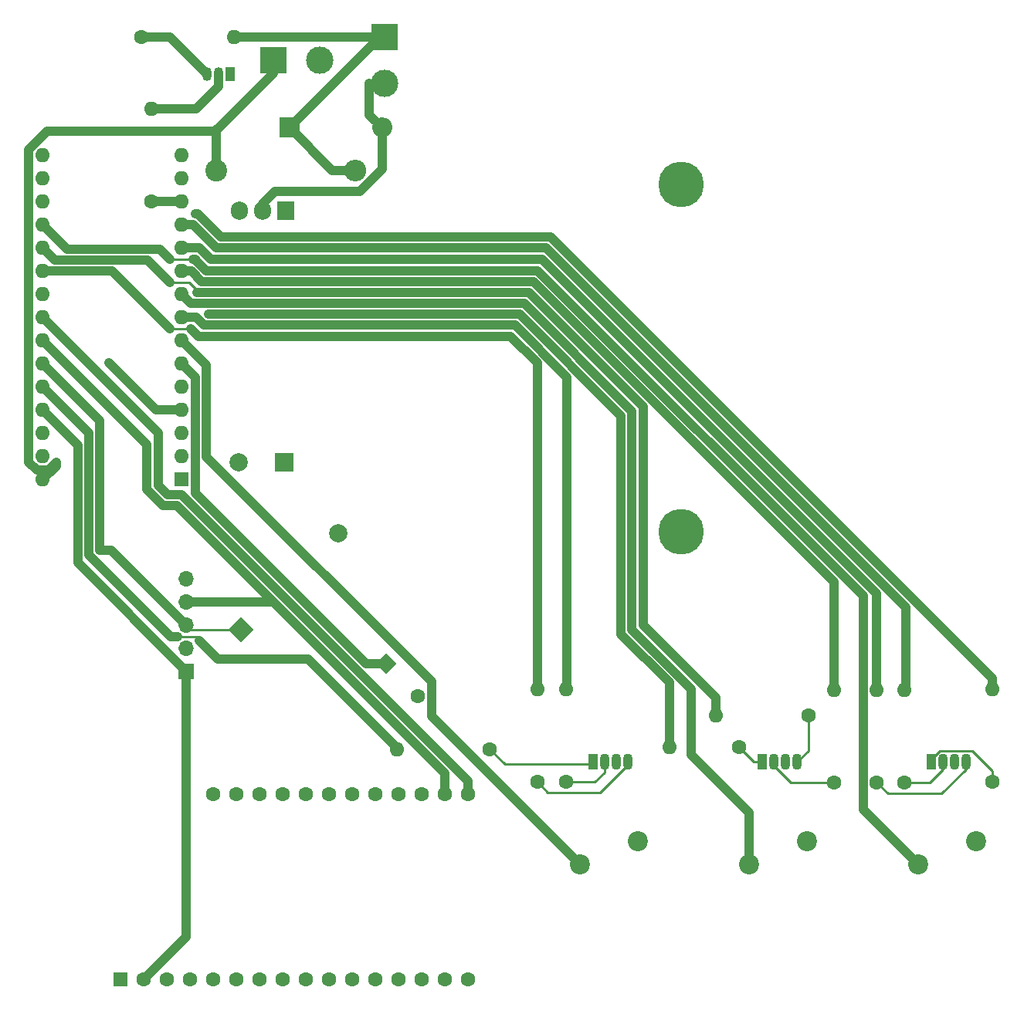
<source format=gbr>
%TF.GenerationSoftware,KiCad,Pcbnew,6.0.11+dfsg-1*%
%TF.CreationDate,2024-06-02T11:43:16-07:00*%
%TF.ProjectId,clock,636c6f63-6b2e-46b6-9963-61645f706362,rev?*%
%TF.SameCoordinates,Original*%
%TF.FileFunction,Copper,L1,Top*%
%TF.FilePolarity,Positive*%
%FSLAX46Y46*%
G04 Gerber Fmt 4.6, Leading zero omitted, Abs format (unit mm)*
G04 Created by KiCad (PCBNEW 6.0.11+dfsg-1) date 2024-06-02 11:43:16*
%MOMM*%
%LPD*%
G01*
G04 APERTURE LIST*
G04 Aperture macros list*
%AMHorizOval*
0 Thick line with rounded ends*
0 $1 width*
0 $2 $3 position (X,Y) of the first rounded end (center of the circle)*
0 $4 $5 position (X,Y) of the second rounded end (center of the circle)*
0 Add line between two ends*
20,1,$1,$2,$3,$4,$5,0*
0 Add two circle primitives to create the rounded ends*
1,1,$1,$2,$3*
1,1,$1,$4,$5*%
%AMRotRect*
0 Rectangle, with rotation*
0 The origin of the aperture is its center*
0 $1 length*
0 $2 width*
0 $3 Rotation angle, in degrees counterclockwise*
0 Add horizontal line*
21,1,$1,$2,0,0,$3*%
G04 Aperture macros list end*
%TA.AperFunction,ComponentPad*%
%ADD10R,1.600000X1.600000*%
%TD*%
%TA.AperFunction,ComponentPad*%
%ADD11O,1.600000X1.600000*%
%TD*%
%TA.AperFunction,ComponentPad*%
%ADD12R,3.000000X3.000000*%
%TD*%
%TA.AperFunction,ComponentPad*%
%ADD13C,3.000000*%
%TD*%
%TA.AperFunction,ComponentPad*%
%ADD14C,1.600000*%
%TD*%
%TA.AperFunction,ComponentPad*%
%ADD15C,2.200000*%
%TD*%
%TA.AperFunction,ComponentPad*%
%ADD16C,5.000000*%
%TD*%
%TA.AperFunction,ComponentPad*%
%ADD17R,1.700000X1.700000*%
%TD*%
%TA.AperFunction,ComponentPad*%
%ADD18O,1.700000X1.700000*%
%TD*%
%TA.AperFunction,ComponentPad*%
%ADD19RotRect,1.600000X1.600000X315.000000*%
%TD*%
%TA.AperFunction,ComponentPad*%
%ADD20R,2.200000X2.200000*%
%TD*%
%TA.AperFunction,ComponentPad*%
%ADD21O,2.200000X2.200000*%
%TD*%
%TA.AperFunction,ComponentPad*%
%ADD22C,2.400000*%
%TD*%
%TA.AperFunction,ComponentPad*%
%ADD23O,2.400000X2.400000*%
%TD*%
%TA.AperFunction,ComponentPad*%
%ADD24R,1.070000X1.800000*%
%TD*%
%TA.AperFunction,ComponentPad*%
%ADD25O,1.070000X1.800000*%
%TD*%
%TA.AperFunction,ComponentPad*%
%ADD26R,1.905000X2.000000*%
%TD*%
%TA.AperFunction,ComponentPad*%
%ADD27O,1.905000X2.000000*%
%TD*%
%TA.AperFunction,ComponentPad*%
%ADD28R,1.050000X1.500000*%
%TD*%
%TA.AperFunction,ComponentPad*%
%ADD29O,1.050000X1.500000*%
%TD*%
%TA.AperFunction,ComponentPad*%
%ADD30RotRect,2.000000X2.000000X45.000000*%
%TD*%
%TA.AperFunction,ComponentPad*%
%ADD31HorizOval,2.000000X0.000000X0.000000X0.000000X0.000000X0*%
%TD*%
%TA.AperFunction,ComponentPad*%
%ADD32R,2.000000X2.000000*%
%TD*%
%TA.AperFunction,ComponentPad*%
%ADD33C,2.000000*%
%TD*%
%TA.AperFunction,ViaPad*%
%ADD34C,0.800000*%
%TD*%
%TA.AperFunction,Conductor*%
%ADD35C,1.000000*%
%TD*%
%TA.AperFunction,Conductor*%
%ADD36C,0.250000*%
%TD*%
G04 APERTURE END LIST*
D10*
%TO.P,A1,1,TX1*%
%TO.N,Net-(A1-Pad1)*%
X69205000Y-78740000D03*
D11*
%TO.P,A1,2,RX1*%
%TO.N,Net-(A1-Pad2)*%
X69205000Y-76200000D03*
%TO.P,A1,3,~{RESET}*%
%TO.N,unconnected-(A1-Pad3)*%
X69205000Y-73660000D03*
%TO.P,A1,4,GND*%
%TO.N,GND*%
X69205000Y-71120000D03*
%TO.P,A1,5,D2*%
%TO.N,/CS*%
X69205000Y-68580000D03*
%TO.P,A1,6,D3*%
%TO.N,/BUZZ*%
X69205000Y-66040000D03*
%TO.P,A1,7,D4*%
%TO.N,/PB1*%
X69205000Y-63500000D03*
%TO.P,A1,8,D5*%
%TO.N,Net-(A1-Pad8)*%
X69205000Y-60960000D03*
%TO.P,A1,9,D6*%
%TO.N,/PB2*%
X69205000Y-58420000D03*
%TO.P,A1,10,D7*%
%TO.N,Net-(A1-Pad10)*%
X69205000Y-55880000D03*
%TO.P,A1,11,D8*%
%TO.N,Net-(A1-Pad11)*%
X69205000Y-53340000D03*
%TO.P,A1,12,D9*%
%TO.N,Net-(A1-Pad12)*%
X69205000Y-50800000D03*
%TO.P,A1,13,D10*%
%TO.N,/CTL*%
X69205000Y-48260000D03*
%TO.P,A1,14,MOSI*%
%TO.N,/MOSI*%
X69205000Y-45720000D03*
%TO.P,A1,15,MISO*%
%TO.N,/MISO*%
X69205000Y-43180000D03*
%TO.P,A1,16,SCK*%
%TO.N,/SCK*%
X53965000Y-43180000D03*
%TO.P,A1,17,3V3*%
%TO.N,unconnected-(A1-Pad17)*%
X53965000Y-45720000D03*
%TO.P,A1,18,AREF*%
%TO.N,unconnected-(A1-Pad18)*%
X53965000Y-48260000D03*
%TO.P,A1,19,A0*%
%TO.N,/PB3*%
X53965000Y-50800000D03*
%TO.P,A1,20,A1*%
%TO.N,Net-(A1-Pad20)*%
X53965000Y-53340000D03*
%TO.P,A1,21,A2*%
%TO.N,Net-(A1-Pad21)*%
X53965000Y-55880000D03*
%TO.P,A1,22,A3*%
%TO.N,unconnected-(A1-Pad22)*%
X53965000Y-58420000D03*
%TO.P,A1,23,SDA/A4*%
%TO.N,/SDA*%
X53965000Y-60960000D03*
%TO.P,A1,24,SCL/A5*%
%TO.N,/SCL*%
X53965000Y-63500000D03*
%TO.P,A1,25,A6*%
%TO.N,/SQW*%
X53965000Y-66040000D03*
%TO.P,A1,26,A7*%
%TO.N,Net-(A1-Pad26)*%
X53965000Y-68580000D03*
%TO.P,A1,27,+5V*%
%TO.N,+5V*%
X53965000Y-71120000D03*
%TO.P,A1,28,~{RESET}*%
%TO.N,unconnected-(A1-Pad28)*%
X53965000Y-73660000D03*
%TO.P,A1,29,GND*%
%TO.N,GND*%
X53965000Y-76200000D03*
%TO.P,A1,30,VIN*%
%TO.N,VCC*%
X53965000Y-78740000D03*
%TD*%
D12*
%TO.P,J2,1,Pin_1*%
%TO.N,VCC*%
X79248000Y-32753200D03*
D13*
%TO.P,J2,2,Pin_2*%
%TO.N,GND*%
X84328000Y-32753200D03*
%TD*%
D14*
%TO.P,R1,1*%
%TO.N,/LED_R3*%
X148463000Y-111963200D03*
D11*
%TO.P,R1,2*%
%TO.N,Net-(A1-Pad12)*%
X148463000Y-101803200D03*
%TD*%
D15*
%TO.P,SW1,1,1*%
%TO.N,GND*%
X119253000Y-118460300D03*
%TO.P,SW1,2,2*%
%TO.N,/PB1*%
X112903000Y-121000300D03*
%TD*%
D16*
%TO.P,U3,1,1*%
%TO.N,unconnected-(U3-Pad1)*%
X123952000Y-46355000D03*
%TO.P,U3,2,2*%
%TO.N,Net-(C2-Pad2)*%
X123952000Y-84455000D03*
%TD*%
D14*
%TO.P,R9,1*%
%TO.N,/LED_B3*%
X145407500Y-111963200D03*
D11*
%TO.P,R9,2*%
%TO.N,Net-(A1-Pad11)*%
X145407500Y-101803200D03*
%TD*%
D14*
%TO.P,R6,1*%
%TO.N,/LED_R1*%
X111379000Y-111887000D03*
D11*
%TO.P,R6,2*%
%TO.N,Net-(A1-Pad8)*%
X111379000Y-101727000D03*
%TD*%
D17*
%TO.P,U1,1,5V*%
%TO.N,+5V*%
X69701000Y-99800000D03*
D18*
%TO.P,U1,2,GND*%
%TO.N,GND*%
X69701000Y-97260000D03*
%TO.P,U1,3,SQW*%
%TO.N,/SQW*%
X69701000Y-94720000D03*
%TO.P,U1,4,SCL*%
%TO.N,/SCL*%
X69701000Y-92180000D03*
%TO.P,U1,5,SDA*%
%TO.N,/SDA*%
X69701000Y-89640000D03*
%TD*%
D14*
%TO.P,R3,1*%
%TO.N,/CTL*%
X65913000Y-48260000D03*
D11*
%TO.P,R3,2*%
%TO.N,Net-(Q1-Pad2)*%
X65913000Y-38100000D03*
%TD*%
D14*
%TO.P,R11,1*%
%TO.N,/LED_G3*%
X158115000Y-111887000D03*
D11*
%TO.P,R11,2*%
%TO.N,Net-(A1-Pad2)*%
X158115000Y-101727000D03*
%TD*%
D19*
%TO.P,BZ1,1,-*%
%TO.N,/BUZZ*%
X91577233Y-98927615D03*
D14*
%TO.P,BZ1,2,+*%
%TO.N,GND*%
X95112767Y-102463149D03*
%TD*%
D12*
%TO.P,J3,1,Pin_1*%
%TO.N,/V_bell*%
X91440000Y-30226000D03*
D13*
%TO.P,J3,2,Pin_2*%
%TO.N,Net-(D2-Pad2)*%
X91440000Y-35306000D03*
%TD*%
D20*
%TO.P,D2,1,K*%
%TO.N,/V_bell*%
X81026000Y-40132000D03*
D21*
%TO.P,D2,2,A*%
%TO.N,Net-(D2-Pad2)*%
X91186000Y-40132000D03*
%TD*%
D14*
%TO.P,R4,1*%
%TO.N,Net-(Q1-Pad3)*%
X64770000Y-30226000D03*
D11*
%TO.P,R4,2*%
%TO.N,/V_bell*%
X74930000Y-30226000D03*
%TD*%
D22*
%TO.P,R2,1*%
%TO.N,VCC*%
X73025000Y-44831000D03*
D23*
%TO.P,R2,2*%
%TO.N,/V_bell*%
X88265000Y-44831000D03*
%TD*%
D24*
%TO.P,D1,1,BA*%
%TO.N,/LED_G1*%
X114282500Y-109728000D03*
D25*
%TO.P,D1,2,RA*%
%TO.N,/LED_R1*%
X115552500Y-109728000D03*
%TO.P,D1,3,K*%
%TO.N,GND*%
X116822500Y-109728000D03*
%TO.P,D1,4,GA*%
%TO.N,/LED_B1*%
X118092500Y-109728000D03*
%TD*%
D15*
%TO.P,SW2,1,1*%
%TO.N,GND*%
X137795000Y-118460300D03*
%TO.P,SW2,2,2*%
%TO.N,/PB2*%
X131445000Y-121000300D03*
%TD*%
D26*
%TO.P,Q2,1,G*%
%TO.N,Net-(Q1-Pad3)*%
X80645000Y-49276000D03*
D27*
%TO.P,Q2,2,D*%
%TO.N,Net-(D2-Pad2)*%
X78105000Y-49276000D03*
%TO.P,Q2,3,S*%
%TO.N,GND*%
X75565000Y-49276000D03*
%TD*%
D28*
%TO.P,Q1,1,E*%
%TO.N,GND*%
X74549000Y-34290000D03*
D29*
%TO.P,Q1,2,B*%
%TO.N,Net-(Q1-Pad2)*%
X73279000Y-34290000D03*
%TO.P,Q1,3,C*%
%TO.N,Net-(Q1-Pad3)*%
X72009000Y-34290000D03*
%TD*%
D24*
%TO.P,D3,1,BA*%
%TO.N,/LED_G2*%
X132875300Y-109728000D03*
D25*
%TO.P,D3,2,RA*%
%TO.N,/LED_R2*%
X134145300Y-109728000D03*
%TO.P,D3,3,K*%
%TO.N,GND*%
X135415300Y-109728000D03*
%TO.P,D3,4,GA*%
%TO.N,/LED_B2*%
X136685300Y-109728000D03*
%TD*%
D10*
%TO.P,A2,1,~{RESET}*%
%TO.N,unconnected-(A2-Pad1)*%
X62484000Y-133604000D03*
D14*
%TO.P,A2,2,3V3*%
%TO.N,+5V*%
X65024000Y-133604000D03*
%TO.P,A2,3,AREF*%
%TO.N,unconnected-(A2-Pad3)*%
X67564000Y-133604000D03*
%TO.P,A2,4,GND*%
%TO.N,GND*%
X70104000Y-133604000D03*
%TO.P,A2,5,A0*%
%TO.N,unconnected-(A2-Pad5)*%
X72644000Y-133604000D03*
%TO.P,A2,6,A1*%
%TO.N,unconnected-(A2-Pad6)*%
X75184000Y-133604000D03*
%TO.P,A2,7,A2*%
%TO.N,unconnected-(A2-Pad7)*%
X77724000Y-133604000D03*
%TO.P,A2,8,A3*%
%TO.N,unconnected-(A2-Pad8)*%
X80264000Y-133604000D03*
%TO.P,A2,9,A4*%
%TO.N,unconnected-(A2-Pad9)*%
X82804000Y-133604000D03*
%TO.P,A2,10,A5*%
%TO.N,unconnected-(A2-Pad10)*%
X85344000Y-133604000D03*
%TO.P,A2,11,SCK*%
%TO.N,unconnected-(A2-Pad11)*%
X87884000Y-133604000D03*
%TO.P,A2,12,MOSI*%
%TO.N,unconnected-(A2-Pad12)*%
X90424000Y-133604000D03*
%TO.P,A2,13,MISO*%
%TO.N,unconnected-(A2-Pad13)*%
X92964000Y-133604000D03*
%TO.P,A2,14,RX*%
%TO.N,unconnected-(A2-Pad14)*%
X95504000Y-133604000D03*
%TO.P,A2,15,TX*%
%TO.N,unconnected-(A2-Pad15)*%
X98044000Y-133604000D03*
%TO.P,A2,16,SPARE*%
%TO.N,unconnected-(A2-Pad16)*%
X100584000Y-133604000D03*
%TO.P,A2,17,SDA*%
%TO.N,/SDA*%
X100584000Y-113284000D03*
%TO.P,A2,18,SCL*%
%TO.N,/SCL*%
X98044000Y-113284000D03*
%TO.P,A2,19,D0*%
%TO.N,unconnected-(A2-Pad19)*%
X95504000Y-113284000D03*
%TO.P,A2,20,D1*%
%TO.N,unconnected-(A2-Pad20)*%
X92964000Y-113284000D03*
%TO.P,A2,21,D2*%
%TO.N,unconnected-(A2-Pad21)*%
X90424000Y-113284000D03*
%TO.P,A2,22,D3*%
%TO.N,unconnected-(A2-Pad22)*%
X87884000Y-113284000D03*
%TO.P,A2,23,D4*%
%TO.N,unconnected-(A2-Pad23)*%
X85344000Y-113284000D03*
%TO.P,A2,24,D5*%
%TO.N,unconnected-(A2-Pad24)*%
X82804000Y-113284000D03*
%TO.P,A2,25,D6*%
%TO.N,unconnected-(A2-Pad25)*%
X80264000Y-113284000D03*
%TO.P,A2,26,USB*%
%TO.N,unconnected-(A2-Pad26)*%
X77724000Y-113284000D03*
%TO.P,A2,27,EN*%
%TO.N,unconnected-(A2-Pad27)*%
X75184000Y-113284000D03*
%TO.P,A2,28,VBAT*%
%TO.N,unconnected-(A2-Pad28)*%
X72644000Y-113284000D03*
%TD*%
D30*
%TO.P,C2,1*%
%TO.N,/SQW*%
X75722699Y-95219301D03*
D31*
%TO.P,C2,2*%
%TO.N,Net-(C2-Pad2)*%
X86329301Y-84612699D03*
%TD*%
D24*
%TO.P,D4,1,BA*%
%TO.N,/LED_G3*%
X151366500Y-109728000D03*
D25*
%TO.P,D4,2,RA*%
%TO.N,/LED_R3*%
X152636500Y-109728000D03*
%TO.P,D4,3,K*%
%TO.N,GND*%
X153906500Y-109728000D03*
%TO.P,D4,4,GA*%
%TO.N,/LED_B3*%
X155176500Y-109728000D03*
%TD*%
D14*
%TO.P,R5,1*%
%TO.N,/LED_R2*%
X140716000Y-111963200D03*
D11*
%TO.P,R5,2*%
%TO.N,Net-(A1-Pad10)*%
X140716000Y-101803200D03*
%TD*%
D32*
%TO.P,C1,1*%
%TO.N,/V_bell*%
X80472677Y-76835000D03*
D33*
%TO.P,C1,2*%
%TO.N,GND*%
X75472677Y-76835000D03*
%TD*%
D14*
%TO.P,R10,1*%
%TO.N,/LED_G2*%
X130302000Y-108077000D03*
D11*
%TO.P,R10,2*%
%TO.N,Net-(A1-Pad1)*%
X122682000Y-108077000D03*
%TD*%
D14*
%TO.P,R8,1*%
%TO.N,/LED_B2*%
X137922000Y-104648000D03*
D11*
%TO.P,R8,2*%
%TO.N,Net-(A1-Pad20)*%
X127762000Y-104648000D03*
%TD*%
D14*
%TO.P,R12,1*%
%TO.N,/LED_G1*%
X102997000Y-108331000D03*
D11*
%TO.P,R12,2*%
%TO.N,Net-(A1-Pad26)*%
X92837000Y-108331000D03*
%TD*%
D15*
%TO.P,SW3,1,1*%
%TO.N,GND*%
X156337000Y-118460300D03*
%TO.P,SW3,2,2*%
%TO.N,/PB3*%
X149987000Y-121000300D03*
%TD*%
D14*
%TO.P,R7,1*%
%TO.N,/LED_B1*%
X108196500Y-111912400D03*
D11*
%TO.P,R7,2*%
%TO.N,Net-(A1-Pad21)*%
X108196500Y-101752400D03*
%TD*%
D34*
%TO.N,GND*%
X62230000Y-66929000D03*
X61214000Y-65913000D03*
%TO.N,/SDA*%
X66675000Y-79248000D03*
%TO.N,Net-(A1-Pad1)*%
X72136000Y-60610000D03*
%TO.N,Net-(A1-Pad2)*%
X70739000Y-49600000D03*
%TD*%
D35*
%TO.N,/V_bell*%
X91440000Y-30226000D02*
X90932000Y-30226000D01*
X90932000Y-30226000D02*
X81026000Y-40132000D01*
X74930000Y-30226000D02*
X91440000Y-30226000D01*
%TO.N,Net-(Q1-Pad3)*%
X64770000Y-30226000D02*
X67945000Y-30226000D01*
X67945000Y-30226000D02*
X72009000Y-34290000D01*
%TO.N,Net-(Q1-Pad2)*%
X65913000Y-38100000D02*
X70769000Y-38100000D01*
X70769000Y-38100000D02*
X73279000Y-35590000D01*
X73279000Y-35590000D02*
X73279000Y-34290000D01*
%TO.N,/CTL*%
X69205000Y-48260000D02*
X65913000Y-48260000D01*
%TO.N,Net-(A1-Pad10)*%
X107742709Y-57010000D02*
X128998354Y-78265646D01*
X140716000Y-101803200D02*
X140716000Y-89983292D01*
X140716000Y-89983292D02*
X128998354Y-78265646D01*
X71395888Y-57010000D02*
X107742709Y-57010000D01*
X70265888Y-55880000D02*
X71395888Y-57010000D01*
X69205000Y-55880000D02*
X70265888Y-55880000D01*
%TO.N,Net-(A1-Pad11)*%
X145407500Y-91280679D02*
X145407500Y-101803200D01*
X71120000Y-53340000D02*
X72390000Y-54610000D01*
X69205000Y-53340000D02*
X71120000Y-53340000D01*
X72390000Y-54610000D02*
X108736821Y-54610000D01*
X108736821Y-54610000D02*
X145407500Y-91280679D01*
%TO.N,GND*%
X69205000Y-71120000D02*
X66421000Y-71120000D01*
X62230000Y-66929000D02*
X61976000Y-66675000D01*
X66421000Y-71120000D02*
X62230000Y-66929000D01*
X61976000Y-66675000D02*
X61214000Y-65913000D01*
%TO.N,VCC*%
X54483000Y-40513000D02*
X55626000Y-40513000D01*
X79248000Y-34163000D02*
X73342500Y-40068500D01*
X55465000Y-77240000D02*
X55465000Y-76821321D01*
X73025000Y-40386000D02*
X73025000Y-44831000D01*
X53343679Y-77700000D02*
X52451000Y-76807321D01*
X55626000Y-40513000D02*
X72898000Y-40513000D01*
X54586321Y-77700000D02*
X53343679Y-77700000D01*
X72898000Y-40513000D02*
X73342500Y-40068500D01*
X52451000Y-76807321D02*
X52451000Y-63119000D01*
X55465000Y-76821321D02*
X54586321Y-77700000D01*
X52451000Y-42545000D02*
X54483000Y-40513000D01*
X52451000Y-63119000D02*
X52451000Y-42545000D01*
X79248000Y-34163000D02*
X79248000Y-32893000D01*
X53965000Y-78740000D02*
X55465000Y-77240000D01*
X73342500Y-40068500D02*
X73025000Y-40386000D01*
%TO.N,+5V*%
X53965000Y-71120000D02*
X57798000Y-74953000D01*
X69701000Y-128927000D02*
X65024000Y-133604000D01*
X57798000Y-74953000D02*
X57798000Y-87897000D01*
X69701000Y-99800000D02*
X69701000Y-128927000D01*
X57798000Y-87897000D02*
X69701000Y-99800000D01*
%TO.N,/SCL*%
X65335000Y-79813000D02*
X67142528Y-81620528D01*
X68701416Y-81620528D02*
X79582944Y-92502056D01*
X67142528Y-81620528D02*
X68701416Y-81620528D01*
X98044000Y-110963112D02*
X79582944Y-92502056D01*
X98044000Y-113284000D02*
X98044000Y-110963112D01*
X79582944Y-92502056D02*
X79260888Y-92180000D01*
X53965000Y-63500000D02*
X65335000Y-74870000D01*
X65335000Y-74870000D02*
X65335000Y-79813000D01*
X79260888Y-92180000D02*
X69701000Y-92180000D01*
%TO.N,/SDA*%
X66675000Y-79375000D02*
X67691000Y-80391000D01*
X66675000Y-79248000D02*
X66675000Y-79375000D01*
X100584000Y-111806056D02*
X100584000Y-113284000D01*
X66675000Y-73670000D02*
X66675000Y-79248000D01*
X53965000Y-60960000D02*
X66675000Y-73670000D01*
X67691000Y-80391000D02*
X69168944Y-80391000D01*
X69168944Y-80391000D02*
X100584000Y-111806056D01*
%TO.N,/PB2*%
X70195000Y-59410000D02*
X69205000Y-58420000D01*
X125095000Y-108966000D02*
X125095000Y-101729756D01*
X118567827Y-71229230D02*
X106748597Y-59410000D01*
X118567827Y-95202583D02*
X118567827Y-71229230D01*
X131445000Y-115316000D02*
X125095000Y-108966000D01*
X106748597Y-59410000D02*
X70195000Y-59410000D01*
X125095000Y-101729756D02*
X118567827Y-95202583D01*
X131445000Y-121000300D02*
X131445000Y-115316000D01*
%TO.N,/PB1*%
X112903000Y-121000300D02*
X96612767Y-104710067D01*
X96612767Y-100930767D02*
X71905000Y-76223000D01*
X71905000Y-76223000D02*
X71905000Y-66200000D01*
X96612767Y-104710067D02*
X96612767Y-100930767D01*
X71905000Y-66200000D02*
X69205000Y-63500000D01*
D36*
%TO.N,/SQW*%
X70200301Y-95219301D02*
X69701000Y-94720000D01*
D35*
X61500000Y-86519000D02*
X69701000Y-94720000D01*
D36*
X75722699Y-95219301D02*
X70200301Y-95219301D01*
D35*
X60198000Y-86519000D02*
X61500000Y-86519000D01*
X60198000Y-72273000D02*
X60198000Y-86519000D01*
X60198000Y-72273000D02*
X53965000Y-66040000D01*
%TO.N,/PB3*%
X66815000Y-53480000D02*
X67945000Y-54610000D01*
X70692944Y-54610000D02*
X70485000Y-54610000D01*
X53965000Y-50800000D02*
X56645000Y-53480000D01*
X143907500Y-114920800D02*
X149987000Y-121000300D01*
X70906472Y-54823528D02*
X70692944Y-54610000D01*
X71892944Y-55810000D02*
X70906472Y-54823528D01*
X143907500Y-91477735D02*
X108239765Y-55810000D01*
X108239765Y-55810000D02*
X106680000Y-55810000D01*
X106680000Y-55810000D02*
X72390000Y-55810000D01*
X72390000Y-55810000D02*
X71892944Y-55810000D01*
X56645000Y-53480000D02*
X66815000Y-53480000D01*
X143907500Y-91477735D02*
X143907500Y-114920800D01*
D36*
X70485000Y-54610000D02*
X67945000Y-54610000D01*
D35*
%TO.N,/BUZZ*%
X69205000Y-66040000D02*
X70705000Y-67540000D01*
X89402615Y-98927615D02*
X91577233Y-98927615D01*
X70705000Y-80230000D02*
X89402615Y-98927615D01*
X70705000Y-67540000D02*
X70705000Y-80230000D01*
%TO.N,Net-(A1-Pad8)*%
X111447700Y-67503215D02*
X111447700Y-101761700D01*
X70788944Y-60960000D02*
X71638944Y-61810000D01*
X105754485Y-61810000D02*
X111447700Y-67503215D01*
X71638944Y-61810000D02*
X105754485Y-61810000D01*
X69205000Y-60960000D02*
X70788944Y-60960000D01*
%TO.N,/V_bell*%
X88265000Y-44831000D02*
X85725000Y-44831000D01*
X85725000Y-44831000D02*
X81026000Y-40132000D01*
%TO.N,Net-(D2-Pad2)*%
X78105000Y-48463500D02*
X79451500Y-47117000D01*
X89789000Y-38735000D02*
X91186000Y-40132000D01*
X91186000Y-44704000D02*
X91186000Y-40132000D01*
X79451500Y-47117000D02*
X88773000Y-47117000D01*
X78105000Y-49276000D02*
X78105000Y-48463500D01*
X88773000Y-47117000D02*
X91186000Y-44704000D01*
X89789000Y-35306000D02*
X89789000Y-38735000D01*
D36*
%TO.N,/LED_R1*%
X115552500Y-110878000D02*
X115552500Y-109728000D01*
X114508800Y-111921700D02*
X115552500Y-110878000D01*
X111447700Y-111921700D02*
X114508800Y-111921700D01*
%TO.N,/LED_G1*%
X114028500Y-109982000D02*
X104648000Y-109982000D01*
X104648000Y-109982000D02*
X102997000Y-108331000D01*
X114282500Y-109728000D02*
X114028500Y-109982000D01*
%TO.N,/LED_R2*%
X134145300Y-110093000D02*
X136015500Y-111963200D01*
X134145300Y-109728000D02*
X134145300Y-110093000D01*
X136015500Y-111963200D02*
X140716000Y-111963200D01*
%TO.N,/LED_G2*%
X131953000Y-109728000D02*
X130302000Y-108077000D01*
X132875300Y-109728000D02*
X131953000Y-109728000D01*
%TO.N,/LED_R3*%
X152636500Y-110507500D02*
X151180800Y-111963200D01*
X151180800Y-111963200D02*
X148582500Y-111963200D01*
X152636500Y-109728000D02*
X152636500Y-110507500D01*
%TO.N,/LED_G3*%
X158115000Y-110755630D02*
X158115000Y-111887000D01*
X155862370Y-108503000D02*
X158115000Y-110755630D01*
X152280276Y-108503000D02*
X155862370Y-108503000D01*
X151366500Y-109728000D02*
X151366500Y-109416776D01*
X151366500Y-109416776D02*
X152280276Y-108503000D01*
D35*
%TO.N,Net-(A1-Pad12)*%
X109163877Y-53340000D02*
X148582500Y-92758623D01*
X69205000Y-50800000D02*
X70485000Y-50800000D01*
X70485000Y-50800000D02*
X73025000Y-53340000D01*
X148582500Y-92758623D02*
X148582500Y-101803200D01*
X73025000Y-53340000D02*
X109163877Y-53340000D01*
%TO.N,Net-(A1-Pad20)*%
X107245653Y-58210000D02*
X119767827Y-70732173D01*
X65475000Y-54680000D02*
X67945000Y-57150000D01*
D36*
X70898832Y-58006168D02*
X70042664Y-57150000D01*
X70042664Y-57150000D02*
X67945000Y-57150000D01*
D35*
X55305000Y-54680000D02*
X65475000Y-54680000D01*
D36*
X70898832Y-58210000D02*
X70898832Y-58006168D01*
D35*
X70898832Y-58210000D02*
X107245653Y-58210000D01*
X127762000Y-102699700D02*
X127762000Y-104648000D01*
X119767827Y-70732173D02*
X119767827Y-94705527D01*
X53965000Y-53340000D02*
X55305000Y-54680000D01*
X119767827Y-94705527D02*
X127762000Y-102699700D01*
%TO.N,Net-(A1-Pad21)*%
X105257429Y-63010000D02*
X71011000Y-63010000D01*
X67945000Y-62230000D02*
X61595000Y-55880000D01*
X108196500Y-101752400D02*
X108196500Y-65949071D01*
X71011000Y-63010000D02*
X70231000Y-62230000D01*
D36*
X70231000Y-62230000D02*
X67945000Y-62230000D01*
D35*
X53965000Y-55880000D02*
X61595000Y-55880000D01*
X108196500Y-65949071D02*
X105257429Y-63010000D01*
%TO.N,Net-(A1-Pad1)*%
X106251541Y-60610000D02*
X72136000Y-60610000D01*
X117367827Y-71726286D02*
X106251541Y-60610000D01*
X122682000Y-108077000D02*
X122682000Y-101013812D01*
X117367827Y-95699639D02*
X117367827Y-71726286D01*
X122682000Y-101013812D02*
X117367827Y-95699639D01*
%TO.N,Net-(A1-Pad2)*%
X158115000Y-101727000D02*
X158115000Y-100594067D01*
X70982056Y-49600000D02*
X70739000Y-49600000D01*
X158115000Y-100594067D02*
X109660933Y-52140000D01*
X109660933Y-52140000D02*
X73522056Y-52140000D01*
X73522056Y-52140000D02*
X70982056Y-49600000D01*
%TO.N,Net-(A1-Pad26)*%
X58998000Y-73613000D02*
X58998000Y-74803000D01*
X73152000Y-98425000D02*
X83058000Y-98425000D01*
D36*
X70844000Y-95990000D02*
X70866000Y-96012000D01*
X68778968Y-95990000D02*
X70844000Y-95990000D01*
X71120000Y-96266000D02*
X71120000Y-96393000D01*
D35*
X83058000Y-98425000D02*
X92837000Y-108204000D01*
X53965000Y-68580000D02*
X58998000Y-73613000D01*
D36*
X70866000Y-96012000D02*
X71120000Y-96266000D01*
D35*
X71120000Y-96393000D02*
X73152000Y-98425000D01*
X67971944Y-95990000D02*
X68778968Y-95990000D01*
X92837000Y-108204000D02*
X92837000Y-108331000D01*
X58998000Y-74803000D02*
X58998000Y-87016056D01*
X58998000Y-87016056D02*
X67971944Y-95990000D01*
D36*
%TO.N,/LED_B2*%
X137922000Y-104648000D02*
X137922000Y-108491300D01*
X137922000Y-108491300D02*
X136685300Y-109728000D01*
%TO.N,/LED_B3*%
X152527000Y-113157000D02*
X155176500Y-110507500D01*
X145407500Y-111963200D02*
X146601300Y-113157000D01*
X146601300Y-113157000D02*
X152527000Y-113157000D01*
X155176500Y-110507500D02*
X155176500Y-109728000D01*
%TO.N,/LED_B1*%
X115085024Y-113046700D02*
X118092500Y-110039224D01*
X108196500Y-111912400D02*
X109330800Y-113046700D01*
X118092500Y-110039224D02*
X118092500Y-109728000D01*
X109330800Y-113046700D02*
X115085024Y-113046700D01*
%TD*%
M02*

</source>
